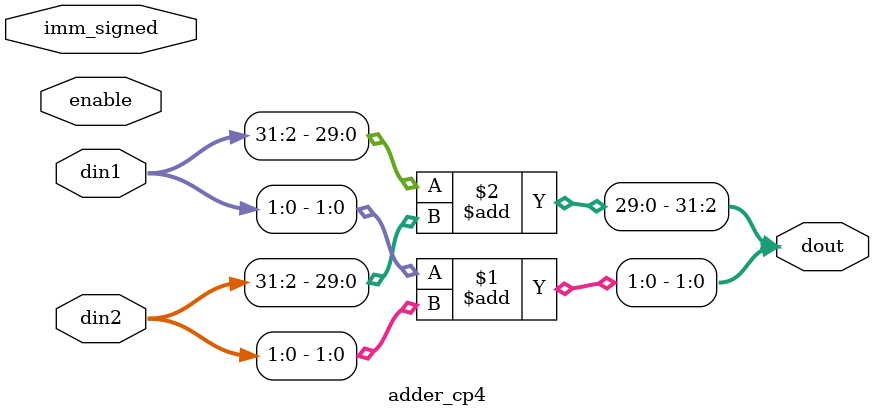
<source format=v>
module adder_cp4 #(
    parameter WIDTH = 32
)(
    input enable, imm_signed,
    input [WIDTH-1:0] din1, din2,
    output [WIDTH-1:0] dout
);
    
    assign dout[1:0] = din1[1:0] + din2[1:0];
    assign dout[WIDTH-1:2] = din1[WIDTH-1:2] + din2[WIDTH-1:2];
endmodule
</source>
